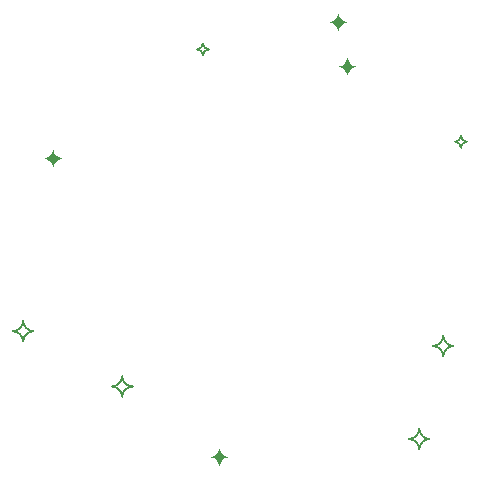
<source format=gbs>
G04*
G04 #@! TF.GenerationSoftware,Altium Limited,Altium Designer,21.8.1 (53)*
G04*
G04 Layer_Color=16711935*
%FSLAX25Y25*%
%MOIN*%
G70*
G04*
G04 #@! TF.SameCoordinates,B3778B6B-A6FE-4D46-9650-EFEB8E10A687*
G04*
G04*
G04 #@! TF.FilePolarity,Negative*
G04*
G01*
G75*
%ADD10C,0.00800*%
G36*
X139492Y51657D02*
X139626Y50984D01*
X139888Y50350D01*
X140269Y49780D01*
X140754Y49294D01*
X141325Y48913D01*
X141959Y48651D01*
X142632Y48517D01*
X142975Y48500D01*
X142975Y48500D01*
X142632Y48483D01*
X141959Y48349D01*
X141325Y48087D01*
X140754Y47706D01*
X140269Y47220D01*
X139888Y46650D01*
X139626Y46016D01*
X139492Y45343D01*
X139475Y45000D01*
X139475D01*
X139458Y45343D01*
X139324Y46016D01*
X139062Y46650D01*
X138680Y47220D01*
X138195Y47706D01*
X137625Y48087D01*
X136991Y48349D01*
X136318Y48483D01*
X135975Y48500D01*
X135975Y48500D01*
X136318Y48517D01*
X136991Y48651D01*
X137625Y48913D01*
X138195Y49294D01*
X138680Y49780D01*
X139062Y50350D01*
X139324Y50984D01*
X139458Y51657D01*
X139475Y52000D01*
X139475D01*
X139492Y51657D01*
D02*
G37*
G36*
X84000Y151500D02*
X84017Y151157D01*
X84151Y150484D01*
X84413Y149850D01*
X84794Y149280D01*
X85280Y148794D01*
X85850Y148413D01*
X86484Y148151D01*
X87157Y148017D01*
X87500Y148000D01*
X87157Y147983D01*
X86484Y147849D01*
X85850Y147587D01*
X85280Y147205D01*
X84794Y146720D01*
X84413Y146150D01*
X84151Y145516D01*
X84017Y144843D01*
X84000Y144500D01*
X84000Y144500D01*
X83983Y144843D01*
X83849Y145516D01*
X83587Y146150D01*
X83205Y146720D01*
X82720Y147205D01*
X82150Y147587D01*
X81516Y147849D01*
X80843Y147983D01*
X80500Y148000D01*
Y148000D01*
X80843Y148017D01*
X81516Y148151D01*
X82150Y148413D01*
X82720Y148794D01*
X83205Y149280D01*
X83587Y149850D01*
X83849Y150484D01*
X83983Y151157D01*
X84000Y151500D01*
X84000Y151500D01*
D02*
G37*
G36*
X182167Y181744D02*
X182301Y181071D01*
X182563Y180437D01*
X182944Y179866D01*
X183430Y179381D01*
X184000Y179000D01*
X184634Y178737D01*
X185307Y178604D01*
X185650Y178587D01*
X185650Y178587D01*
X185307Y178570D01*
X184634Y178436D01*
X184000Y178173D01*
X183430Y177792D01*
X182944Y177307D01*
X182563Y176737D01*
X182301Y176103D01*
X182167Y175430D01*
X182150Y175087D01*
X182150D01*
X182133Y175430D01*
X181999Y176103D01*
X181737Y176737D01*
X181355Y177307D01*
X180870Y177792D01*
X180300Y178173D01*
X179666Y178436D01*
X178993Y178570D01*
X178650Y178587D01*
X178650Y178587D01*
X178993Y178604D01*
X179666Y178737D01*
X180300Y179000D01*
X180870Y179381D01*
X181355Y179866D01*
X181737Y180437D01*
X181999Y181071D01*
X182133Y181744D01*
X182150Y182087D01*
X182150D01*
X182167Y181744D01*
D02*
G37*
G36*
X178975Y196975D02*
X178992Y196632D01*
X179126Y195959D01*
X179388Y195325D01*
X179769Y194755D01*
X180254Y194269D01*
X180825Y193888D01*
X181459Y193626D01*
X182132Y193492D01*
X182475Y193475D01*
X182132Y193458D01*
X181459Y193324D01*
X180825Y193062D01*
X180254Y192680D01*
X179769Y192195D01*
X179388Y191625D01*
X179126Y190991D01*
X178992Y190318D01*
X178975Y189975D01*
X178975Y189975D01*
X178958Y190318D01*
X178824Y190991D01*
X178562Y191625D01*
X178180Y192195D01*
X177695Y192680D01*
X177125Y193062D01*
X176491Y193324D01*
X175818Y193458D01*
X175475Y193475D01*
Y193475D01*
X175818Y193492D01*
X176491Y193626D01*
X177125Y193888D01*
X177695Y194269D01*
X178180Y194755D01*
X178562Y195325D01*
X178824Y195959D01*
X178958Y196632D01*
X178975Y196975D01*
X178975Y196975D01*
D02*
G37*
D10*
X133889Y186414D02*
G03*
X135889Y184414I2000J0D01*
G01*
D02*
G03*
X133889Y182414I0J-2000D01*
G01*
X131889Y184414D02*
G03*
X133889Y186414I0J2000D01*
G01*
Y182414D02*
G03*
X131889Y184414I-2000J0D01*
G01*
X106975Y75525D02*
G03*
X110475Y72025I3500J-0D01*
G01*
X110475Y72025D02*
G03*
X106975Y68525I-0J-3500D01*
G01*
X103475Y72025D02*
G03*
X106975Y75525I0J3500D01*
G01*
X106975Y68525D02*
G03*
X103475Y72025I-3500J0D01*
G01*
X73975Y93975D02*
G03*
X77475Y90475I3500J-0D01*
G01*
X77475Y90475D02*
G03*
X73975Y86975I-0J-3500D01*
G01*
X70475Y90475D02*
G03*
X73975Y93975I0J3500D01*
G01*
Y86975D02*
G03*
X70475Y90475I-3500J0D01*
G01*
X206025Y58025D02*
G03*
X209525Y54525I3500J-0D01*
G01*
X209525Y54525D02*
G03*
X206025Y51025I-0J-3500D01*
G01*
X202525Y54525D02*
G03*
X206025Y58025I0J3500D01*
G01*
X206025Y51025D02*
G03*
X202525Y54525I-3500J0D01*
G01*
X219914Y155586D02*
G03*
X221914Y153586I2000J0D01*
G01*
D02*
G03*
X219914Y151586I0J-2000D01*
G01*
X217914Y153586D02*
G03*
X219914Y155586I0J2000D01*
G01*
Y151586D02*
G03*
X217914Y153586I-2000J0D01*
G01*
X214025Y89025D02*
G03*
X217525Y85525I3500J-0D01*
G01*
X217525Y85525D02*
G03*
X214025Y82025I-0J-3500D01*
G01*
X210525Y85525D02*
G03*
X214025Y89025I0J3500D01*
G01*
Y82025D02*
G03*
X210525Y85525I-3500J0D01*
G01*
M02*

</source>
